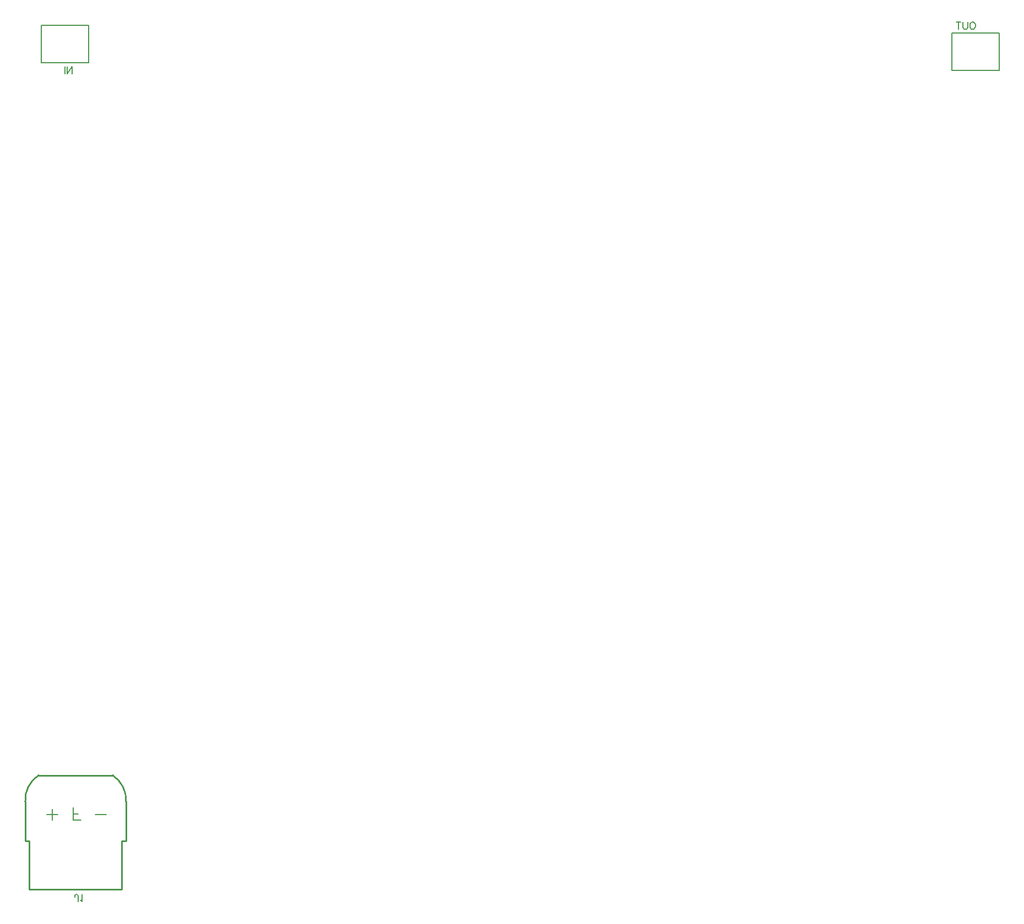
<source format=gbo>
G04 Layer: BottomSilkscreenLayer*
G04 EasyEDA v6.5.47, 2024-11-13 01:40:09*
G04 1c21e17b061f4530800f8f8e294a802d,69e988d02e8547bda770e33b2b7d29c3,10*
G04 Gerber Generator version 0.2*
G04 Scale: 100 percent, Rotated: No, Reflected: No *
G04 Dimensions in millimeters *
G04 leading zeros omitted , absolute positions ,4 integer and 5 decimal *
%FSLAX45Y45*%
%MOMM*%

%ADD10C,0.1524*%
%ADD11C,0.2032*%
%ADD12C,0.2540*%

%LPD*%
D10*
X2450465Y-13140740D02*
G01*
X2450465Y-13057682D01*
X2445131Y-13041934D01*
X2440050Y-13036854D01*
X2429636Y-13031774D01*
X2419222Y-13031774D01*
X2408809Y-13036854D01*
X2403475Y-13041934D01*
X2398395Y-13057682D01*
X2398395Y-13068096D01*
X2484754Y-13119912D02*
G01*
X2494915Y-13125246D01*
X2510663Y-13140740D01*
X2510663Y-13031774D01*
D11*
X2051684Y-11886488D02*
G01*
X2051684Y-11720372D01*
X1968627Y-11803430D02*
G01*
X2134743Y-11803430D01*
X2717927Y-11803430D02*
G01*
X2884043Y-11803430D01*
X2375027Y-11889028D02*
G01*
X2375027Y-11694972D01*
X2375027Y-11889028D02*
G01*
X2494915Y-11889028D01*
X2375027Y-11796572D02*
G01*
X2448686Y-11796572D01*
D10*
X2249995Y-394715D02*
G01*
X2249995Y-285750D01*
X2284285Y-394715D02*
G01*
X2284285Y-285750D01*
X2284285Y-394715D02*
G01*
X2356929Y-285750D01*
X2356929Y-394715D02*
G01*
X2356929Y-285750D01*
X16218725Y394715D02*
G01*
X16229139Y389636D01*
X16239553Y379221D01*
X16244887Y368807D01*
X16249967Y353060D01*
X16249967Y327152D01*
X16244887Y311657D01*
X16239553Y301244D01*
X16229139Y290829D01*
X16218725Y285750D01*
X16197897Y285750D01*
X16187737Y290829D01*
X16177323Y301244D01*
X16171989Y311657D01*
X16166909Y327152D01*
X16166909Y353060D01*
X16171989Y368807D01*
X16177323Y379221D01*
X16187737Y389636D01*
X16197897Y394715D01*
X16218725Y394715D01*
X16132619Y394715D02*
G01*
X16132619Y316737D01*
X16127285Y301244D01*
X16116871Y290829D01*
X16101377Y285750D01*
X16090963Y285750D01*
X16075469Y290829D01*
X16065055Y301244D01*
X16059721Y316737D01*
X16059721Y394715D01*
X15989109Y394715D02*
G01*
X15989109Y285750D01*
X16025431Y394715D02*
G01*
X15952787Y394715D01*
D12*
X3123590Y-12954000D02*
G01*
X3123590Y-12204700D01*
X3187090Y-12204700D01*
X1701190Y-12954000D02*
G01*
X1701190Y-12204700D01*
X1637690Y-12204700D01*
X3123590Y-12954000D02*
G01*
X1701190Y-12954000D01*
X1637487Y-11598988D02*
G01*
X1637690Y-12204700D01*
X3187395Y-11598988D02*
G01*
X3187090Y-12204700D01*
X2987497Y-11198936D02*
G01*
X1837385Y-11198936D01*
D11*
X1884489Y-229996D02*
G01*
X2615501Y-229996D01*
X2615501Y349986D01*
X1884489Y349986D01*
X1884489Y-229996D01*
X16615473Y229996D02*
G01*
X15884461Y229996D01*
X15884461Y-349986D01*
X16615473Y-349986D01*
X16615473Y229996D01*
D12*
G75*
G01*
X1637995Y-11605430D02*
G02*
X1841195Y-11199030I450463J28768D01*
G75*
G01*
X3187395Y-11605430D02*
G03*
X2984195Y-11199030I-450463J28768D01*
M02*

</source>
